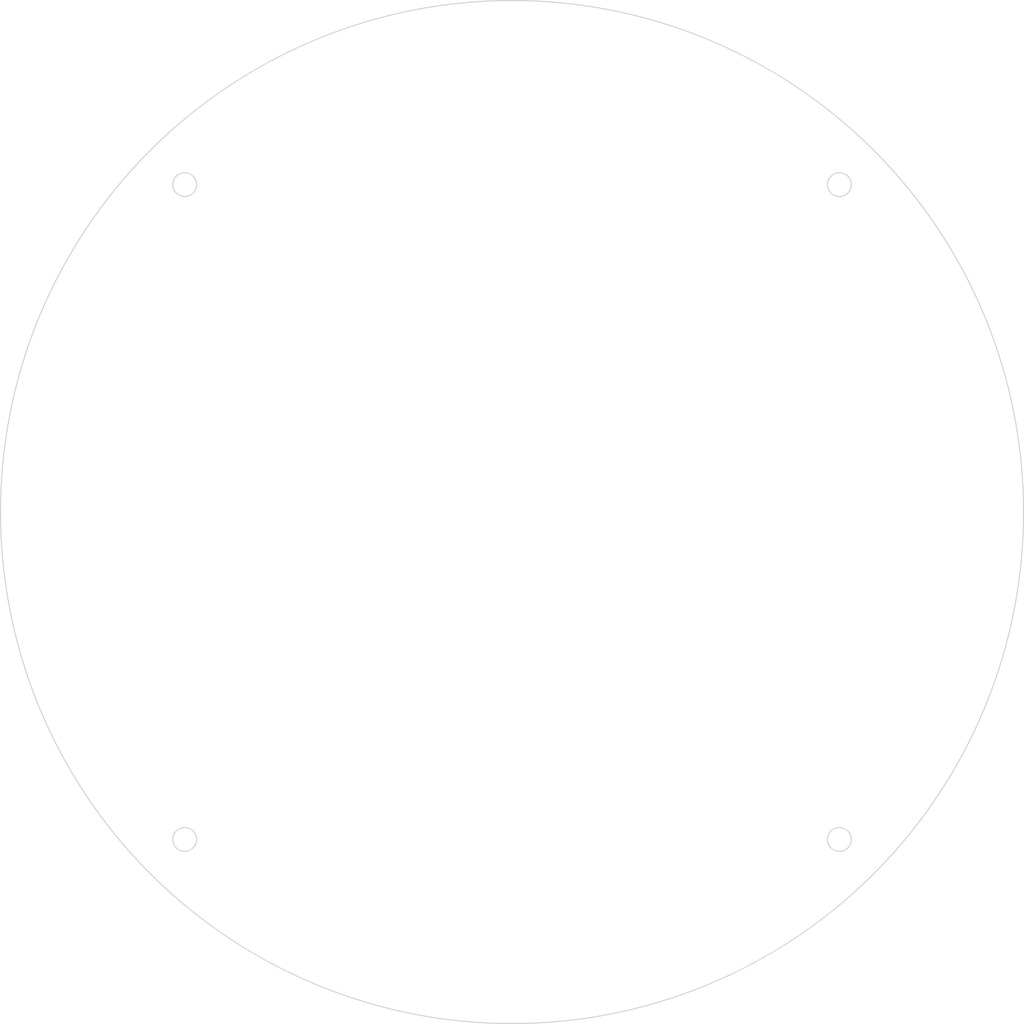
<source format=kicad_pcb>
(kicad_pcb (version 3) (host pcbnew "(2013-07-07 BZR 4022)-stable")

  (general
    (links 0)
    (no_connects 0)
    (area 24.924999 24.924999 175.075001 175.075001)
    (thickness 1.6)
    (drawings 5)
    (tracks 0)
    (zones 0)
    (modules 0)
    (nets 1)
  )

  (page A4)
  (layers
    (15 F.Cu signal)
    (0 B.Cu signal)
    (16 B.Adhes user)
    (17 F.Adhes user)
    (18 B.Paste user)
    (19 F.Paste user)
    (20 B.SilkS user)
    (21 F.SilkS user)
    (22 B.Mask user)
    (23 F.Mask user)
    (24 Dwgs.User user)
    (25 Cmts.User user)
    (26 Eco1.User user)
    (27 Eco2.User user)
    (28 Edge.Cuts user)
  )

  (setup
    (last_trace_width 0.254)
    (trace_clearance 0.254)
    (zone_clearance 0.508)
    (zone_45_only no)
    (trace_min 0.254)
    (segment_width 0.2)
    (edge_width 0.15)
    (via_size 0.889)
    (via_drill 0.635)
    (via_min_size 0.889)
    (via_min_drill 0.508)
    (uvia_size 0.508)
    (uvia_drill 0.127)
    (uvias_allowed no)
    (uvia_min_size 0.508)
    (uvia_min_drill 0.127)
    (pcb_text_width 0.3)
    (pcb_text_size 1.5 1.5)
    (mod_edge_width 0.15)
    (mod_text_size 1.5 1.5)
    (mod_text_width 0.15)
    (pad_size 1.524 1.524)
    (pad_drill 0.762)
    (pad_to_mask_clearance 0.2)
    (aux_axis_origin 0 0)
    (visible_elements 7FFFFFFF)
    (pcbplotparams
      (layerselection 268435456)
      (usegerberextensions false)
      (excludeedgelayer true)
      (linewidth 0.100000)
      (plotframeref false)
      (viasonmask false)
      (mode 1)
      (useauxorigin false)
      (hpglpennumber 1)
      (hpglpenspeed 20)
      (hpglpendiameter 15)
      (hpglpenoverlay 2)
      (psnegative false)
      (psa4output false)
      (plotreference true)
      (plotvalue true)
      (plotothertext true)
      (plotinvisibletext false)
      (padsonsilk false)
      (subtractmaskfromsilk false)
      (outputformat 3)
      (mirror false)
      (drillshape 0)
      (scaleselection 1)
      (outputdirectory TRAFO_CASE/))
  )

  (net 0 "")

  (net_class Default "This is the default net class."
    (clearance 0.254)
    (trace_width 0.254)
    (via_dia 0.889)
    (via_drill 0.635)
    (uvia_dia 0.508)
    (uvia_drill 0.127)
    (add_net "")
  )

  (gr_circle (center 148 148) (end 149.75 148) (layer Edge.Cuts) (width 0.15))
  (gr_circle (center 52 148) (end 53.75 148) (layer Edge.Cuts) (width 0.15))
  (gr_circle (center 148 52) (end 149.75 52) (layer Edge.Cuts) (width 0.15) (tstamp 52675E1B))
  (gr_circle (center 52 52) (end 53.75 52) (layer Edge.Cuts) (width 0.15) (tstamp 52675E20))
  (gr_circle (center 100 100) (end 175 100) (layer Edge.Cuts) (width 0.15) (tstamp 52675E22))

)

</source>
